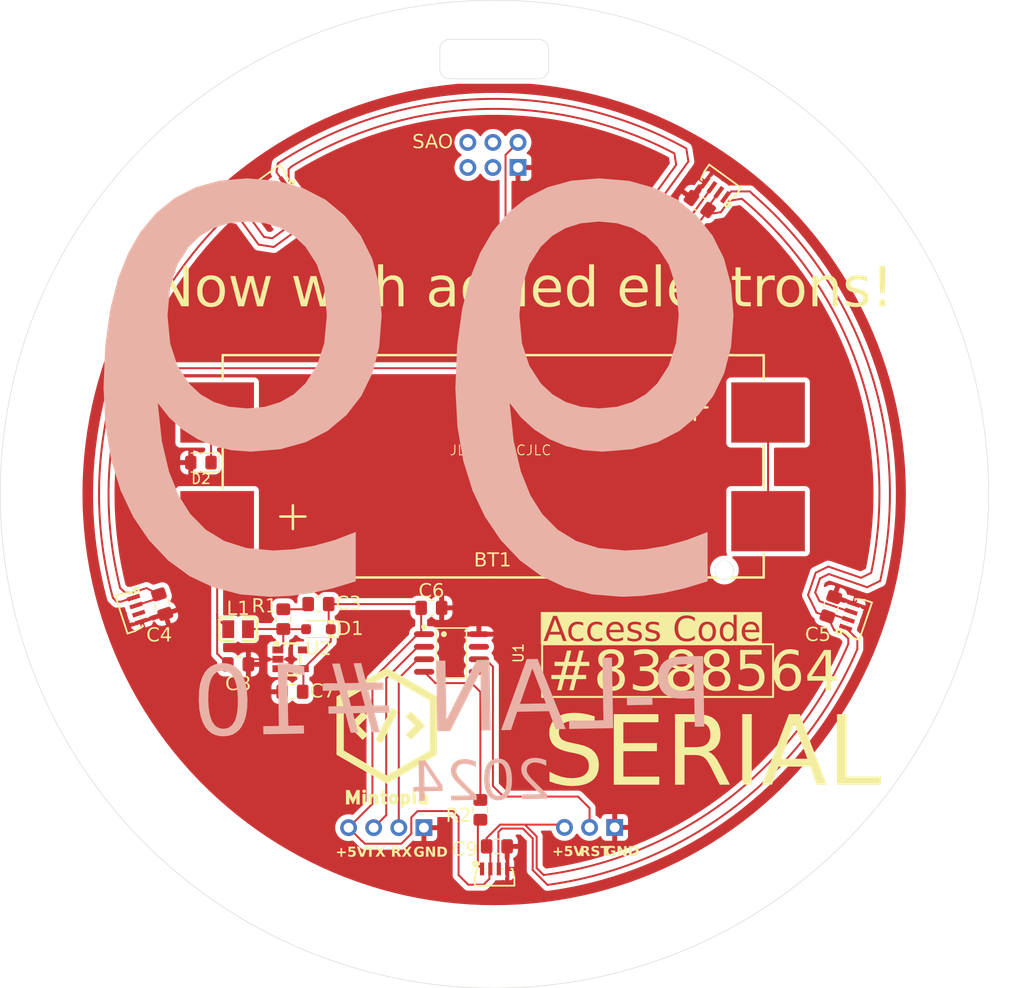
<source format=kicad_pcb>
(kicad_pcb (version 20240108) (generator "pcbnew") (generator_version "8.0")
  (layers (0 "F.Cu" signal) (31 "B.Cu" signal) (34 "B.Paste" user) (35 "F.Paste" user) (36 "B.SilkS" user "B.Silkscreen") (37 "F.SilkS" user "F.Silkscreen") (38 "B.Mask" user) (39 "F.Mask" user) (44 "Edge.Cuts" user))
  (net 0 "")
  (net 1 "GND")
  (net 2 "/+3V")
  (net 3 "/PSU1")
  (net 4 "+5V")
  (net 5 "/RST")
  (net 6 "/TX")
  (net 7 "/RX")
  (net 8 "/PSU2")
  (net 9 "/LD1-2")
  (net 10 "/LEDDATA2")
  (net 11 "/LD2-3")
  (net 12 "/LD3-4")
  (net 13 "/LD4-5")
  (net 14 "LEDDATA")
  (net 15 "/+1.5V")
  (net 25 "Net-(D2-K)")
  (footprint "Diode_SMD:D_SOD-323_HandSoldering" (layer "F.Cu") (at 122.194701 113.6678 180)
    (property "Reference" "D1" (at -3.174988 0.000013 0) (layer "F.SilkS") (effects (font (size 1.4 1.4))))
    (property "Value" "540mV 1A")
    (pad "1" smd roundrect (at -1.25 0 180) (size 1 1) (layers "F.Cu" "F.Paste" "F.Mask") (net 4 "+5V"))
    (pad "2" smd roundrect (at 1.25 0 180) (size 1 1) (layers "F.Cu" "F.Paste" "F.Mask") (net 8 "/PSU2"))
  )
  (footprint "easyeda2kicad:LED-SMD_WS2812B-4020" (layer "F.Cu") (at 103.876557 111.676525 108)
    (property "Reference" "LED3" (hide yes))
    (property "Value" "WS2812B-4020")
    (pad "1" smd rect (at 1.27 0 108) (size 0.42 1.3) (layers "F.Cu" "F.Paste" "F.Mask") (net 13 "/LD4-5"))
    (pad "2" smd rect (at 0.43 0 288) (size 0.42 1.3) (layers "F.Cu" "F.Paste" "F.Mask") (net 4 "+5V"))
    (pad "3" smd rect (at -0.43 0 288) (size 0.42 1.3) (layers "F.Cu" "F.Paste" "F.Mask"))
    (pad "4" smd rect (at -1.27 0 288) (size 0.42 1.3) (layers "F.Cu" "F.Paste" "F.Mask") (net 1 "GND"))
  )
  (footprint "easyeda2kicad:L0806" (layer "F.Cu") (at 114.066706 113.66781)
    (property "Reference" "L1" (at -0.000007 -2.032013 0) (layer "F.SilkS") (effects (font (size 1.4 1.4))))
    (property "Value" "2.2uH")
    (pad "1" smd rect (at -1 0) (size 1.2 1.8) (layers "F.Cu" "F.Paste" "F.Mask") (net 2 "/+3V"))
    (pad "2" smd rect (at 1 0) (size 1.2 1.8) (layers "F.Cu" "F.Paste" "F.Mask") (net 8 "/PSU2"))
  )
  (footprint "Capacitor_SMD:C_0805_2012Metric_Pad1.18x1.45mm_HandSolder" (layer "F.Cu") (at 122.194702 111.127794)
    (property "Reference" "C3" (at 3.048012 -0.000013 0) (layer "F.SilkS") (effects (font (size 1.4 1.4))))
    (property "Value" "120pF")
    (pad "1" smd roundrect (at -1.0375 0) (size 1.175 1.45) (layers "F.Cu" "F.Paste" "F.Mask") (roundrect_rratio 0.212766) (net 3 "/PSU1"))
    (pad "2" smd roundrect (at 1.0375 0) (size 1.175 1.45) (layers "F.Cu" "F.Paste" "F.Mask") (roundrect_rratio 0.212766) (net 4 "+5V"))
  )
  (footprint "LOGO" (layer "F.Cu") (at 129.09428 125.603026)
    (property "Reference" "G***" (hide yes))
    (property "Value" "LOGO" (hide yes))
  )
  (footprint "easyeda2kicad:LED-SMD_WS2812B-4020" (layer "F.Cu") (at 140.016837 137.933955 180)
    (property "Reference" "LED5" (hide yes))
    (property "Value" "WS2812B-4020")
    (pad "1" smd rect (at 1.27 0 180) (size 0.42 1.3) (layers "F.Cu" "F.Paste" "F.Mask") (net 10 "/LEDDATA2"))
    (pad "2" smd rect (at 0.43 0) (size 0.42 1.3) (layers "F.Cu" "F.Paste" "F.Mask") (net 4 "+5V"))
    (pad "3" smd rect (at -0.43 0) (size 0.42 1.3) (layers "F.Cu" "F.Paste" "F.Mask") (net 9 "/LD1-2"))
    (pad "4" smd rect (at -1.27 0) (size 0.42 1.3) (layers "F.Cu" "F.Paste" "F.Mask") (net 1 "GND"))
  )
  (footprint "Diode_SMD:D_0805_2012Metric_Pad1.15x1.40mm_HandSolder" (layer "F.Cu") (at 110.303201 96.7994 180)
    (property "Reference" "D2" (at 0 -1.65 360) (layer "F.SilkS"))
    (property "Value" "D")
    (pad "1" smd roundrect (at -1.024999 0 180) (size 1.15 1.4) (layers "F.Cu" "F.Paste" "F.Mask") (roundrect_rratio 0.217391) (net 25 "Net-(D2-K)"))
    (pad "2" smd roundrect (at 1.024999 0 180) (size 1.15 1.4) (layers "F.Cu" "F.Paste" "F.Mask") (roundrect_rratio 0.217391) (net 1 "GND"))
  )
  (footprint "Capacitor_SMD:C_0805_2012Metric_Pad1.18x1.45mm_HandSolder" (layer "F.Cu") (at 133.624697 111.508804 180)
    (property "Reference" "C6" (at 0 1.651 0) (layer "F.SilkS") (effects (font (size 1.4 1.4))))
    (property "Value" "0.1uF")
    (pad "1" smd roundrect (at -1.0375 0 180) (size 1.175 1.45) (layers "F.Cu" "F.Paste" "F.Mask") (roundrect_rratio 0.212766) (net 1 "GND"))
    (pad "2" smd roundrect (at 1.0375 0 180) (size 1.175 1.45) (layers "F.Cu" "F.Paste" "F.Mask") (roundrect_rratio 0.212766) (net 4 "+5V"))
  )
  (footprint "Capacitor_SMD:C_0805_2012Metric_Pad1.18x1.45mm_HandSolder" (layer "F.Cu") (at 174.033345 111.392001 -109)
    (property "Reference" "C5" (at 3.152454 0.291076 0) (layer "F.SilkS") (effects (font (size 1.4 1.4))))
    (property "Value" "0.1uF")
    (pad "1" smd roundrect (at -1.0375 0 251) (size 1.175 1.45) (layers "F.Cu" "F.Paste" "F.Mask") (roundrect_rratio 0.212766) (net 1 "GND"))
    (pad "2" smd roundrect (at 1.0375 0 251) (size 1.175 1.45) (layers "F.Cu" "F.Paste" "F.Mask") (roundrect_rratio 0.212766) (net 4 "+5V"))
  )
  (footprint "easyeda2kicad:BAT-SMD_BH-AAA-B5AA001" (layer "F.Cu") (at 139.816843 97.233826 180)
    (property "Reference" "BT1" (at -0.000006 -9.500007 0) (layer "F.SilkS") (effects (font (size 1.4 1.4))))
    (property "Value" "BH-AAA-B5AA001")
    (pad "" thru_hole circle (at -23.45 -10.45 180) (size 1.9 1.9) (drill 1.9) (layers "*.Cu" "*.Mask"))
    (pad "1" smd rect (at 27.87 -5.5 180) (size 7.45 6.1) (layers "F.Cu" "F.Paste" "F.Mask") (net 2 "/+3V"))
    (pad "2" smd rect (at -27.87 -5.5 180) (size 7.45 6.1) (layers "F.Cu" "F.Paste" "F.Mask") (net 15 "/+1.5V"))
    (pad "3" smd rect (at -27.87 5.5 180) (size 7.45 6.1) (layers "F.Cu" "F.Paste" "F.Mask") (net 15 "/+1.5V"))
    (pad "4" smd rect (at 27.87 5.5 180) (size 7.45 6.1) (layers "F.Cu" "F.Paste" "F.Mask") (net 25 "Net-(D2-K)"))
  )
  (footprint "Capacitor_SMD:C_0805_2012Metric_Pad1.18x1.45mm_HandSolder" (layer "F.Cu") (at 119.562502 120.000017)
    (property "Reference" "C7" (at 3.069497 0.000003 0) (layer "F.SilkS") (effects (font (size 1.4 1.4))))
    (property "Value" "22uF")
    (pad "1" smd roundrect (at -1.0375 0) (size 1.175 1.45) (layers "F.Cu" "F.Paste" "F.Mask") (roundrect_rratio 0.212766) (net 1 "GND"))
    (pad "2" smd roundrect (at 1.0375 0) (size 1.175 1.45) (layers "F.Cu" "F.Paste" "F.Mask") (roundrect_rratio 0.212766) (net 4 "+5V"))
  )
  (footprint "Capacitor_SMD:C_0805_2012Metric_Pad1.18x1.45mm_HandSolder" (layer "F.Cu") (at 118.968154 71.365155 36)
    (property "Reference" "C1" (at 0.300475 2.362694 0) (layer "F.SilkS") (effects (font (size 1.4 1.4))))
    (property "Value" "0.1uF")
    (pad "1" smd roundrect (at -1.0375 0 36) (size 1.175 1.45) (layers "F.Cu" "F.Paste" "F.Mask") (roundrect_rratio 0.212766) (net 1 "GND"))
    (pad "2" smd roundrect (at 1.0375 0 36) (size 1.175 1.45) (layers "F.Cu" "F.Paste" "F.Mask") (roundrect_rratio 0.212766) (net 4 "+5V"))
  )
  (footprint "Resistor_SMD:R_0805_2012Metric_Pad1.20x1.40mm_HandSolder" (layer "F.Cu") (at 118.638691 112.651814 90)
    (property "Reference" "R1" (at 1.270013 -1.905 0) (layer "F.SilkS") (effects (font (size 1.4 1.4))))
    (property "Value" "5.1Ω")
    (pad "1" smd roundrect (at -1 0 90) (size 1.2 1.4) (layers "F.Cu" "F.Paste" "F.Mask") (roundrect_rratio 0.208333) (net 8 "/PSU2"))
    (pad "2" smd roundrect (at 1 0 90) (size 1.2 1.4) (layers "F.Cu" "F.Paste" "F.Mask") (roundrect_rratio 0.208333) (net 3 "/PSU1"))
  )
  (footprint "easyeda2kicad:SOIC-8_L4.9-W3.9-P1.27-LS6.0-BL" (layer "F.Cu") (at 135.656705 116.080819 -90)
    (property "Reference" "U1" (at -0.000019 -6.769994 90) (layer "F.SilkS"))
    (property "Value" "ATtiny402-SS")
    (pad "1" smd oval (at -1.91 2.77 270) (size 0.59 2.05) (layers "F.Cu" "F.Paste" "F.Mask") (net 4 "+5V"))
    (pad "2" smd oval (at -0.63 2.77 270) (size 0.59 2.05) (layers "F.Cu" "F.Paste" "F.Mask") (net 6 "/TX"))
    (pad "3" smd oval (at 0.63 2.77 270) (size 0.59 2.05) (layers "F.Cu" "F.Paste" "F.Mask") (net 7 "/RX"))
    (pad "4" smd oval (at 1.9 2.77 270) (size 0.59 2.05) (layers "F.Cu" "F.Paste" "F.Mask") (net 14 "LEDDATA"))
    (pad "5" smd oval (at 1.9 -2.77 270) (size 0.59 2.05) (layers "F.Cu" "F.Paste" "F.Mask"))
    (pad "6" smd oval (at 0.63 -2.77 270) (size 0.59 2.05) (layers "F.Cu" "F.Paste" "F.Mask") (net 5 "/RST"))
    (pad "7" smd oval (at -0.63 -2.77 270) (size 0.59 2.05) (layers "F.Cu" "F.Paste" "F.Mask"))
    (pad "8" smd oval (at -1.91 -2.77 270) (size 0.59 2.05) (layers "F.Cu" "F.Paste" "F.Mask") (net 1 "GND"))
  )
  (footprint "easyeda2kicad:LED-SMD_WS2812B-4020" (layer "F.Cu") (at 162.352747 69.191082 -36)
    (property "Reference" "LED2" (hide yes))
    (property "Value" "WS2812B-4020")
    (pad "1" smd rect (at 1.27 0 324) (size 0.42 1.3) (layers "F.Cu" "F.Paste" "F.Mask") (net 11 "/LD2-3"))
    (pad "2" smd rect (at 0.43 0 144) (size 0.42 1.3) (layers "F.Cu" "F.Paste" "F.Mask") (net 4 "+5V"))
    (pad "3" smd rect (at -0.43 0 144) (size 0.42 1.3) (layers "F.Cu" "F.Paste" "F.Mask") (net 12 "/LD3-4"))
    (pad "4" smd rect (at -1.27 0 144) (size 0.42 1.3) (layers "F.Cu" "F.Paste" "F.Mask") (net 1 "GND"))
  )
  (footprint "Capacitor_SMD:C_0805_2012Metric_Pad1.18x1.45mm_HandSolder" (layer "F.Cu") (at 140.249272 135.653352 180)
    (property "Reference" "C9" (at 3.23549 -0.356493 0) (layer "F.SilkS") (effects (font (size 1.4 1.4))))
    (property "Value" "0.1uF")
    (pad "1" smd roundrect (at -1.0375 0 180) (size 1.175 1.45) (layers "F.Cu" "F.Paste" "F.Mask") (roundrect_rratio 0.212766) (net 1 "GND"))
    (pad "2" smd roundrect (at 1.0375 0 180) (size 1.175 1.45) (layers "F.Cu" "F.Paste" "F.Mask") (roundrect_rratio 0.212766) (net 4 "+5V"))
  )
  (footprint "easyeda2kicad:TSOT-23-5_L2.9-W1.6-P0.95-LS2.8-BR" (layer "F.Cu") (at 119.380712 116.715799 180)
    (property "Reference" "U2" (at -2.813984 1.01599 0) (layer "F.SilkS") (effects (font (size 1.4 1.4))))
    (property "Value" "TPS613222ADBVR")
    (pad "1" smd rect (at 1.29 0.95 180) (size 1.1 0.7) (layers "F.Cu" "F.Paste" "F.Mask") (net 8 "/PSU2"))
    (pad "2" smd rect (at 1.29 0 180) (size 1.1 0.7) (layers "F.Cu" "F.Paste" "F.Mask") (net 1 "GND"))
    (pad "3" smd rect (at 1.29 -0.95 180) (size 1.1 0.7) (layers "F.Cu" "F.Paste" "F.Mask"))
    (pad "4" smd rect (at -1.29 -0.95) (size 1.1 0.7) (layers "F.Cu" "F.Paste" "F.Mask") (net 4 "+5V"))
    (pad "5" smd rect (at -1.29 0.95) (size 1.1 0.7) (layers "F.Cu" "F.Paste" "F.Mask"))
  )
  (footprint "Connector_PinHeader_2.54mm:PinHeader_1x04_P2.54mm_Vertical" (layer "F.Cu") (at 132.862695 133.759197 -90)
    (property "Reference" "J2" (hide yes))
    (property "Value" "Serial")
    (pad "1" thru_hole rect (at 0 0 270) (size 1.7 1.7) (drill 1) (layers "*.Cu" "*.Mask") (net 1 "GND"))
    (pad "2" thru_hole oval (at 0 2.54 270) (size 1.7 1.7) (drill 1) (layers "*.Cu" "*.Mask") (net 7 "/RX"))
    (pad "3" thru_hole oval (at 0 5.08 270) (size 1.7 1.7) (drill 1) (layers "*.Cu" "*.Mask") (net 6 "/TX"))
    (pad "4" thru_hole oval (at 0 7.62 270) (size 1.7 1.7) (drill 1) (layers "*.Cu" "*.Mask") (net 4 "+5V"))
  )
  (footprint "easyeda2kicad:LED-SMD_WS2812B-4020" (layer "F.Cu") (at 117.680907 69.191082 36)
    (property "Reference" "LED1" (hide yes))
    (property "Value" "WS2812B-4020")
    (pad "1" smd rect (at 1.27 0 36) (size 0.42 1.3) (layers "F.Cu" "F.Paste" "F.Mask") (net 12 "/LD3-4"))
    (pad "2" smd rect (at 0.43 0 216) (size 0.42 1.3) (layers "F.Cu" "F.Paste" "F.Mask") (net 4 "+5V"))
    (pad "3" smd rect (at -0.43 0 216) (size 0.42 1.3) (layers "F.Cu" "F.Paste" "F.Mask") (net 13 "/LD4-5"))
    (pad "4" smd rect (at -1.27 0 216) (size 0.42 1.3) (layers "F.Cu" "F.Paste" "F.Mask") (net 1 "GND"))
  )
  (footprint "Capacitor_SMD:C_0805_2012Metric_Pad1.18x1.45mm_HandSolder" (layer "F.Cu") (at 114.066703 117.223794)
    (property "Reference" "C8" (at 0.000007 2.032013 0) (layer "F.SilkS") (effects (font (size 1.4 1.4))))
    (property "Value" "4.7uF")
    (pad "1" smd roundrect (at -1.0375 0) (size 1.175 1.45) (layers "F.Cu" "F.Paste" "F.Mask") (roundrect_rratio 0.212766) (net 2 "/+3V"))
    (pad "2" smd roundrect (at 1.0375 0) (size 1.175 1.45) (layers "F.Cu" "F.Paste" "F.Mask") (roundrect_rratio 0.212766) (net 1 "GND"))
  )
  (footprint "easyeda2kicad:LED-SMD_WS2812B-4020" (layer "F.Cu") (at 175.946679 112.305455 -109)
    (property "Reference" "LED4" (hide yes))
    (property "Value" "WS2812B-4020")
    (pad "1" smd rect (at 1.270001 0 251) (size 0.42 1.3) (layers "F.Cu" "F.Paste" "F.Mask") (net 9 "/LD1-2"))
    (pad "2" smd rect (at 0.43 0 71) (size 0.42 1.3) (layers "F.Cu" "F.Paste" "F.Mask") (net 4 "+5V"))
    (pad "3" smd rect (at -0.43 0 71) (size 0.42 1.3) (layers "F.Cu" "F.Paste" "F.Mask") (net 11 "/LD2-3"))
    (pad "4" smd rect (at -1.270001 0 71) (size 0.42 1.3) (layers "F.Cu" "F.Paste" "F.Mask") (net 1 "GND"))
  )
  (footprint "Resistor_SMD:R_0805_2012Metric_Pad1.20x1.40mm_HandSolder" (layer "F.Cu") (at 138.577705 131.955803 -90)
    (property "Reference" "R2" (at 0.635009 2.206335 0) (layer "F.SilkS") (effects (font (size 1.4 1.4))))
    (property "Value" "470Ω")
    (pad "1" smd roundrect (at -1 0 270) (size 1.2 1.4) (layers "F.Cu" "F.Paste" "F.Mask") (roundrect_rratio 0.208333) (net 14 "LEDDATA"))
    (pad "2" smd roundrect (at 1 0 270) (size 1.2 1.4) (layers "F.Cu" "F.Paste" "F.Mask") (roundrect_rratio 0.208333) (net 10 "/LEDDATA2"))
  )
  (footprint "Capacitor_SMD:C_0805_2012Metric_Pad1.18x1.45mm_HandSolder" (layer "F.Cu") (at 106.370752 111.133189 108)
    (property "Reference" "C4" (at -2.946265 -1.259043 0) (layer "F.SilkS") (effects (font (size 1.4 1.4))))
    (property "Value" "0.1uF")
    (pad "1" smd roundrect (at -1.0375 0 108) (size 1.175 1.45) (layers "F.Cu" "F.Paste" "F.Mask") (roundrect_rratio 0.212766) (net 1 "GND"))
    (pad "2" smd roundrect (at 1.0375 0 108) (size 1.175 1.45) (layers "F.Cu" "F.Paste" "F.Mask") (roundrect_rratio 0.212766) (net 4 "+5V"))
  )
  (footprint "Capacitor_SMD:C_0805_2012Metric_Pad1.18x1.45mm_HandSolder" (layer "F.Cu") (at 160.779414 70.624388 -36)
    (property "Reference" "C2" (at 0.824569 2.46094 0) (layer "F.SilkS") (effects (font (size 1.4 1.4))))
    (property "Value" "0.1uF")
    (pad "1" smd roundrect (at -1.0375 0 324) (size 1.175 1.45) (layers "F.Cu" "F.Paste" "F.Mask") (roundrect_rratio 0.212766) (net 1 "GND"))
    (pad "2" smd roundrect (at 1.0375 0 324) (size 1.175 1.45) (layers "F.Cu" "F.Paste" "F.Mask") (roundrect_rratio 0.212766) (net 4 "+5V"))
  )
  (footprint "Connector_PinHeader_2.54mm:PinHeader_1x03_P2.54mm_Vertical" (layer "B.Cu") (at 152.166695 133.733812 90)
    (property "Reference" "J1" (hide yes))
    (property "Value" "Debug")
    (pad "1" thru_hole rect (at 0 0 90) (size 1.7 1.7) (drill 1) (layers "*.Cu" "*.Mask") (net 1 "GND"))
    (pad "2" thru_hole oval (at 0 -2.54 90) (size 1.7 1.7) (drill 1) (layers "*.Cu" "*.Mask") (net 5 "/RST"))
    (pad "3" thru_hole oval (at 0 -5.08 90) (size 1.7 1.7) (drill 1) (layers "*.Cu" "*.Mask") (net 4 "+5V"))
  )
  (footprint "Connector_PinHeader_2.54mm:PinHeader_2x03_P2.54mm_Vertical" (layer "B.Cu") (at 142.387707 66.931817 90)
    (property "Reference" "J3" (hide yes))
    (property "Value" "SAO")
    (pad "1" thru_hole rect (at 0 0 90) (size 1.7 1.7) (drill 1) (layers "*.Cu" "*.Mask") (net 1 "GND"))
    (pad "2" thru_hole oval (at 2.54 0 90) (size 1.7 1.7) (drill 1) (layers "*.Cu" "*.Mask") (net 2 "/+3V"))
    (pad "3" thru_hole oval (at 0 -2.54 90) (size 1.7 1.7) (drill 1) (layers "*.Cu" "*.Mask"))
    (pad "4" thru_hole oval (at 2.54 -2.54 90) (size 1.7 1.7) (drill 1) (layers "*.Cu" "*.Mask"))
    (pad "5" thru_hole oval (at 0 -5.08 90) (size 1.7 1.7) (drill 1) (layers "*.Cu" "*.Mask"))
    (pad "6" thru_hole oval (at 2.54 -5.08 90) (size 1.7 1.7) (drill 1) (layers "*.Cu" "*.Mask"))
  )
  (gr_arc (start 176.720053 115.671221) (mid 164.195117 131.743197) (end 145.374707 139.551821) (stroke (width 0.2)) (layer "F.Cu") (net 9))
  (gr_arc (start 165.032112 70.093006) (mid 176.813764 87.211887) (end 178.124707 107.951823) (stroke (width 0.2)) (layer "F.Cu") (net 4))
  (gr_arc (start 102.130051 109.492467) (mid 102.4683 89.250386) (end 112.9 71.9) (stroke (width 0.2)) (layer "F.Cu") (net 4))
  (gr_arc (start 166.188793 69.685552) (mid 178.019032 87.467656) (end 179.024712 108.801818) (stroke (width 0.2)) (layer "F.Cu") (net 11))
  (gr_arc (start 119.434506 66.855612) (mid 138.636801 61.017546) (end 158.2 65.5) (stroke (width 0.2)) (layer "F.Cu") (net 4))
  (gr_arc (start 101.400001 110.5) (mid 101.577574 88.867744) (end 112.991898 70.491148) (stroke (width 0.2)) (layer "F.Cu") (net 13))
  (gr_arc (start 175.801675 115.163268) (mid 163.500574 130.959775) (end 144.974709 138.551811) (stroke (width 0.2)) (layer "F.Cu") (net 4))
  (gr_arc (start 118.103418 66.505229) (mid 138.542379 60.00956) (end 159.4 65) (stroke (width 0.2)) (layer "F.Cu") (net 12))
  (gr_poly (pts (xy 144.826109 115.191822) (xy 168.194112 115.19183) (xy 168.194111 120.525799) (xy 144.826119 120.52581)) (stroke (width 0.2)) (fill none) (layer "F.SilkS"))
  (gr_rect (start 123.2154 114.2492) (end 123.7234 114.5032) (stroke (width 0.1)) (fill solid) (layer "F.SilkS"))
  (gr_rect (start 123.2154 112.8268) (end 123.7234 113.0808) (stroke (width 0.1)) (fill solid) (layer "F.SilkS"))
  (gr_arc (start 134.474707 54.951808) (mid 134.767598 54.244698) (end 135.474703 53.951808) (stroke (width 0.05)) (layer "Edge.Cuts"))
  (gr_line (start 134.474704 56.951823) (end 134.474707 54.951808) (stroke (width 0.05)) (layer "Edge.Cuts"))
  (gr_arc (start 135.4747 57.951801) (mid 134.767603 57.658915) (end 134.474704 56.951823) (stroke (width 0.05)) (layer "Edge.Cuts"))
  (gr_line (start 145.474699 56.951809) (end 145.474704 54.951821) (stroke (width 0.05)) (layer "Edge.Cuts"))
  (gr_circle (center 140 100) (end 189.999998 99.999994) (stroke (width 0.05)) (fill none) (layer "Edge.Cuts"))
  (gr_line (start 135.474703 53.951808) (end 144.474704 53.95181) (stroke (width 0.05)) (layer "Edge.Cuts"))
  (gr_line (start 135.4747 57.951801) (end 144.474718 57.951813) (stroke (width 0.05)) (layer "Edge.Cuts"))
  (gr_arc (start 144.474704 53.95181) (mid 145.181804 54.244713) (end 145.474704 54.951821) (stroke (width 0.05)) (layer "Edge.Cuts"))
  (gr_arc (start 145.474699 56.951809) (mid 145.181817 57.658916) (end 144.474718 57.951813) (stroke (width 0.05)) (layer "Edge.Cuts"))
  (gr_text "2024" (at 145.75367 131.5 1) (layer "B.SilkS") (effects (font (size 4 4) (thickness 0.1)) (justify left bottom mirror)))
  (gr_text "P-LAN #10" (at 162.218856 124.7 1) (layer "B.SilkS") (effects (font (size 7 7) (thickness 0.1)) (justify left bottom mirror)))
  (gr_text "99" (at 167.7162 116.4082 0) (layer "B.SilkS") (effects (font (size 40 40) (thickness 0.1)) (justify left bottom mirror)))
  (gr_text "GND" (at 151.177401 136.804313 0) (layer "F.SilkS") (effects (font (size 1 1) (thickness 0.25) (bold yes)) (justify left bottom)))
  (gr_text "Access Code" (at 144.942269 115.291182 0) (layer "F.SilkS" knockout) (effects (font (size 2.5 2.5) (thickness 0.1)) (justify left bottom)))
  (gr_text "SERIAL" (at 144.9 130.6 0) (layer "F.SilkS") (effects (font (size 7 7) (thickness 0.1)) (justify left bottom)))
  (gr_text "SAO" (at 133.751705 64.391807 0) (layer "F.SilkS") (effects (font (size 1.4 1.4))))
  (gr_text "TX" (at 126.973098 136.868914 0) (layer "F.SilkS") (effects (font (size 1 1) (thickness 0.25) (bold yes)) (justify left bottom)))
  (gr_text "GND" (at 131.799099 136.868914 0) (layer "F.SilkS") (effects (font (size 1 1) (thickness 0.25) (bold yes)) (justify left bottom)))
  (gr_text "+5V" (at 145.843414 136.804319 0) (layer "F.SilkS") (effects (font (size 1 1) (thickness 0.25) (bold yes)) (justify left bottom)))
  (gr_text "JLCJLCJLCJLC" (at 135.402714 96.141812 0) (layer "F.SilkS") (effects (font (size 1 1) (thickness 0.1)) (justify left bottom)))
  (gr_text "#8388564" (at 145.334092 120.52582 0) (layer "F.SilkS") (effects (font (size 4 4) (thickness 0.1)) (justify left bottom)))
  (gr_text "RST" (at 148.637406 136.804302 0) (layer "F.SilkS") (effects (font (size 1 1) (thickness 0.25) (bold yes)) (justify left bottom)))
  (gr_text "Now with added electrons!" (at 105.430708 81.663808 0) (layer "F.SilkS") (effects (font (size 4 4) (thickness 0.1)) (justify left bottom)))
  (gr_text "+5V" (at 123.925075 136.868898 0) (layer "F.SilkS") (effects (font (size 1 1) (thickness 0.25) (bold yes)) (justify left bottom)))
  (gr_text "RX" (at 129.513105 136.8689 0) (layer "F.SilkS") (effects (font (size 1 1) (thickness 0.25) (bold yes)) (justify left bottom)))
  (segment (start 115.612204 116.715807) (end 115.104203 117.223792) (width 0.2) (layer "F.Cu") (net 1))
  (segment (start 118.090702 116.71579) (end 115.612204 116.715807) (width 0.2) (layer "F.Cu") (net 1))
  (segment (start 141.124692 65.654822) (end 142.387698 64.391808) (width 0.2) (layer "F.Cu") (net 2))
  (segment (start 108.47871 87.251796) (end 105.133121 87.251796) (width 0.2) (layer "F.Cu") (net 2))
  (segment (start 111.946813 102.733821) (end 111.946826 112.143794) (width 0.2) (layer "F.Cu") (net 2))
  (segment (start 111.946831 116.141415) (end 113.029193 117.223796) (width 0.2) (layer "F.Cu") (net 2))
  (segment (start 111.946826 112.143794) (end 111.946831 116.141415) (width 0.2) (layer "F.Cu") (net 2))
  (segment (start 104.571818 87.804253) (end 104.571818 87.8586) (width 0.2) (layer "F.Cu") (net 2))
  (segment (start 139.97471 87.251816) (end 141.124689 86.101817) (width 0.2) (layer "F.Cu") (net 2))
  (segment (start 105.128698 87.247373) (end 104.571818 87.804253) (width 0.2) (layer "F.Cu") (net 2))
  (segment (start 105.133121 87.251796) (end 105.128698 87.247373) (width 0.2) (layer "F.Cu") (net 2))
  (segment (start 111.946826 112.143794) (end 111.946826 112.54792) (width 0.2) (layer "F.Cu") (net 2))
  (segment (start 104.5718 98.7044) (end 104.571818 87.8586) (width 0.2) (layer "F.Cu") (net 2))
  (segment (start 108.596801 102.729398) (end 104.5718 98.7044) (width 0.2) (layer "F.Cu") (net 2))
  (segment (start 111.946826 112.54792) (end 113.066694 113.667799) (width 0.2) (layer "F.Cu") (net 2))
  (segment (start 108.47871 87.251796) (end 139.97471 87.251816) (width 0.2) (layer "F.Cu") (net 2))
  (segment (start 141.124689 86.101817) (end 141.124692 65.654822) (width 0.2) (layer "F.Cu") (net 2))
  (segment (start 118.638696 111.651809) (end 120.6332 111.651814) (width 0.2) (layer "F.Cu") (net 3))
  (segment (start 120.6332 111.651814) (end 121.157183 111.127805) (width 0.2) (layer "F.Cu") (net 3))
  (segment (start 126.614337 135.130819) (end 126.639692 135.13079) (width 0.2) (layer "F.Cu") (net 4))
  (segment (start 130.576704 135.384814) (end 131.592716 134.36881) (width 0.2) (layer "F.Cu") (net 4))
  (segment (start 132.251703 114.170812) (end 127.655702 118.766813) (width 0.2) (layer "F.Cu") (net 4))
  (segment (start 162.700609 69.443819) (end 161.579579 70.986796) (width 0.2) (layer "F.Cu") (net 4))
  (segment (start 120.670707 117.665791) (end 123.444689 114.8918) (width 0.2) (layer "F.Cu") (net 4))
  (segment (start 163.749315 70.297184) (end 164.991944 70.100379) (width 0.2) (layer "F.Cu") (net 4))
  (segment (start 136.374709 132.651796) (end 136.37469 138.551799) (width 0.2) (layer "F.Cu") (net 4))
  (segment (start 172.507939 107.947188) (end 173.779031 107.327245) (width 0.2) (layer "F.Cu") (net 4))
  (segment (start 135.805701 132.082828) (end 136.374709 132.651796) (width 0.2) (layer "F.Cu") (net 4))
  (segment (start 159.133608 72.889631) (end 156.706569 71.126275) (width 0.2) (layer "F.Cu") (net 4))
  (segment (start 161.618771 71.234224) (end 162.094066 71.579537) (width 0.2) (layer "F.Cu") (net 4))
  (segment (start 172.593288 111.993422) (end 171.726587 110.216442) (width 0.2) (layer "F.Cu") (net 4))
  (segment (start 138.892688 139.533833) (end 139.495696 138.930805) (width 0.2) (layer "F.Cu") (net 4))
  (segment (start 162.094066 71.579537) (end 162.911719 71.450039) (width 0.2) (layer "F.Cu") (net 4))
  (segment (start 103.335536 109.980696) (end 102.61828 109.980696) (width 0.2) (layer "F.Cu") (net 4))
  (segment (start 127.655702 131.346207) (end 125.242705 133.759207) (width 0.2) (layer "F.Cu") (net 4))
  (segment (start 173.69556 112.372972) (end 174.378747 113.773696) (width 0.2) (layer "F.Cu") (net 4))
  (segment (start 131.592705 132.717801) (end 132.227697 132.082799) (width 0.2) (layer "F.Cu") (net 4))
  (segment (start 163.743197 70.305582) (end 163.749315 70.297184) (width 0.2) (layer "F.Cu") (net 4))
  (segment (start 158.390393 66.663738) (end 158.213418 65.546312) (width 0.2) (layer "F.Cu") (net 4))
  (segment (start 143.074705 133.451807) (end 146.804705 133.451805) (width 0.2) (layer "F.Cu") (net 4))
  (segment (start 175.262046 114.077842) (end 175.801678 114.61747) (width 0.2) (layer "F.Cu") (net 4))
  (segment (start 139.586835 137.933949) (end 139.586835 136.02843) (width 0.2) (layer "F.Cu") (net 4))
  (segment (start 140.57471 133.451803) (end 143.074705 133.451807) (width 0.2) (layer "F.Cu") (net 4))
  (segment (start 156.274365 69.576203) (end 158.390393 66.663738) (width 0.2) (layer "F.Cu") (net 4))
  (segment (start 156.706569 71.126275) (end 156.495601 70.973) (width 0.2) (layer "F.Cu") (net 4))
  (segment (start 126.639692 135.13079) (end 126.893715 135.384826) (width 0.2) (layer "F.Cu") (net 4))
  (segment (start 116.137086 74.736568) (end 114.197379 72.06683) (width 0.2) (layer "F.Cu") (net 4))
  (segment (start 134.005695 132.082816) (end 135.805701 132.082828) (width 0.2) (layer "F.Cu") (net 4))
  (segment (start 173.69556 112.372972) (end 172.593288 111.993422) (width 0.2) (layer "F.Cu") (net 4))
  (segment (start 139.211764 134.814745) (end 140.57471 133.451803) (width 0.2) (layer "F.Cu") (net 4))
  (segment (start 103.743692 111.267564) (end 105.823178 110.591899) (width 0.2) (layer "F.Cu") (net 4))
  (segment (start 123.444689 114.8918) (end 123.444707 113.667805) (width 0.2) (layer "F.Cu") (net 4))
  (segment (start 132.587199 111.508821) (end 132.587199 113.871308) (width 0.2) (layer "F.Cu") (net 4))
  (segment (start 118.02879 68.938343) (end 119.289265 70.673243) (width 0.2) (layer "F.Cu") (net 4))
  (segment (start 162.911719 71.450039) (end 163.743197 70.305582) (width 0.2) (layer "F.Cu") (net 4))
  (segment (start 116.276749 74.758698) (end 116.137086 74.736568) (width 0.2) (layer "F.Cu") (net 4))
  (segment (start 117.835368 74.862368) (end 117.67355 74.979918) (width 0.2) (layer "F.Cu") (net 4))
  (segment (start 144.274707 134.651818) (end 144.274716 137.851821) (width 0.2) (layer "F.Cu") (net 4))
  (segment (start 171.726587 110.216442) (end 172.507939 107.947188) (width 0.2) (layer "F.Cu") (net 4))
  (segment (start 120.670726 117.665796) (end 120.670725 120.593281) (width 0.2) (layer "F.Cu") (net 4))
  (segment (start 139.495696 138.930805) (end 139.495712 138.305828) (width 0.2) (layer "F.Cu") (net 4))
  (segment (start 126.893715 135.384826) (end 130.576704 135.384814) (width 0.2) (layer "F.Cu") (net 4))
  (segment (start 139.211771 135.653341) (end 139.211764 134.814745) (width 0.2) (layer "F.Cu") (net 4))
  (segment (start 119.176632 68.201961) (end 119.176632 67.113486) (width 0.2) (layer "F.Cu") (net 4))
  (segment (start 143.074705 133.451807) (end 144.274707 134.651818) (width 0.2) (layer "F.Cu") (net 4))
  (segment (start 175.801678 114.61747) (end 175.801675 115.163268) (width 0.2) (layer "F.Cu") (net 4))
  (segment (start 119.807503 70.755328) (end 120.026616 69.371881) (width 0.2) (layer "F.Cu") (net 4))
  (segment (start 131.592716 134.36881) (end 131.592705 132.717801) (width 0.2) (layer "F.Cu") (net 4))
  (segment (start 127.655702 118.766813) (end 127.655702 131.346207) (width 0.2) (layer "F.Cu") (net 4))
  (segment (start 137.356722 139.53383) (end 138.892688 139.533833) (width 0.2) (layer "F.Cu") (net 4))
  (segment (start 176.212254 112.865667) (end 174.38504 112.236523) (width 0.2) (layer "F.Cu") (net 4))
  (segment (start 160.582799 72.660097) (end 159.133608 72.889631) (width 0.2) (layer "F.Cu") (net 4))
  (segment (start 119.807503 70.755328) (end 120.250645 71.36526) (width 0.2) (layer "F.Cu") (net 4))
  (segment (start 102.61828 109.980696) (end 102.130051 109.492467) (width 0.2) (layer "F.Cu") (net 4))
  (segment (start 114.197379 72.06683) (end 112.940258 71.867696) (width 0.2) (layer "F.Cu") (net 4))
  (segment (start 119.176632 67.113486) (end 119.434506 66.855612) (width 0.2) (layer "F.Cu") (net 4))
  (segment (start 104.794447 109.506673) (end 103.335536 109.980696) (width 0.2) (layer "F.Cu") (net 4))
  (segment (start 120.250645 71.36526) (end 119.938797 73.334128) (width 0.2) (layer "F.Cu") (net 4))
  (segment (start 161.618771 71.234224) (end 160.582799 72.660097) (width 0.2) (layer "F.Cu") (net 4))
  (segment (start 123.232216 113.455316) (end 123.232209 111.127802) (width 0.2) (layer "F.Cu") (net 4))
  (segment (start 120.026616 69.371881) (end 119.176632 68.201961) (width 0.2) (layer "F.Cu") (net 4))
  (segment (start 106.050135 110.146483) (end 104.794447 109.506673) (width 0.2) (layer "F.Cu") (net 4))
  (segment (start 174.378747 113.773696) (end 175.262046 114.077842) (width 0.2) (layer "F.Cu") (net 4))
  (segment (start 177.088355 108.466733) (end 178.105204 107.970774) (width 0.2) (layer "F.Cu") (net 4))
  (segment (start 132.227697 132.082799) (end 134.005695 132.082816) (width 0.2) (layer "F.Cu") (net 4))
  (segment (start 136.37469 138.551799) (end 137.356722 139.53383) (width 0.2) (layer "F.Cu") (net 4))
  (segment (start 125.242705 133.759207) (end 126.614337 135.130819) (width 0.2) (layer "F.Cu") (net 4))
  (segment (start 144.274716 137.851821) (end 144.974695 138.551806) (width 0.2) (layer "F.Cu") (net 4))
  (segment (start 156.495601 70.973) (end 156.274365 69.576203) (width 0.2) (layer "F.Cu") (net 4))
  (segment (start 123.232209 111.127802) (end 132.206199 111.127808) (width 0.2) (layer "F.Cu") (net 4))
  (segment (start 173.779031 107.327245) (end 177.088355 108.466733) (width 0.2) (layer "F.Cu") (net 4))
  (segment (start 132.587199 113.871308) (end 132.886703 114.170812) (width 0.2) (layer "F.Cu") (net 4))
  (segment (start 119.938797 73.334128) (end 117.835368 74.862368) (width 0.2) (layer "F.Cu") (net 4))
  (segment (start 117.67355 74.979918) (end 116.276749 74.758698) (width 0.2) (layer "F.Cu") (net 4))
  (segment (start 140.917358 130.61246) (end 139.847702 129.542814) (width 0.2) (layer "F.Cu") (net 5))
  (segment (start 149.626715 133.75921) (end 149.626722 131.784909) (width 0.2) (layer "F.Cu") (net 5))
  (segment (start 139.847694 117.456799) (end 139.101723 116.710828) (width 0.2) (layer "F.Cu") (net 5))
  (segment (start 149.626722 131.784909) (end 148.454292 130.61246) (width 0.2) (layer "F.Cu") (net 5))
  (segment (start 148.454292 130.61246) (end 140.917358 130.61246) (width 0.2) (layer "F.Cu") (net 5))
  (segment (start 139.847702 129.542814) (end 139.847694 117.456799) (width 0.2) (layer "F.Cu") (net 5))
  (segment (start 129.052698 118.649809) (end 129.052698 132.489214) (width 0.2) (layer "F.Cu") (net 6))
  (segment (start 132.251697 115.45081) (end 129.052698 118.649809) (width 0.2) (layer "F.Cu") (net 6))
  (segment (start 129.052698 132.489214) (end 127.782712 133.759195) (width 0.2) (layer "F.Cu") (net 6))
  (segment (start 132.251714 116.710817) (end 130.322693 118.639838) (width 0.2) (layer "F.Cu") (net 7))
  (segment (start 130.322693 118.639838) (end 130.322693 133.759183) (width 0.2) (layer "F.Cu") (net 7))
  (segment (start 118.638699 113.651805) (end 115.082721 113.651819) (width 0.2) (layer "F.Cu") (net 8))
  (segment (start 118.638699 113.651805) (end 118.638692 115.217798) (width 0.2) (layer "F.Cu") (net 8))
  (segment (start 118.638692 115.217798) (end 118.090705 115.765795) (width 0.2) (layer "F.Cu") (net 8))
  (segment (start 120.944709 113.667793) (end 118.654707 113.667806) (width 0.2) (layer "F.Cu") (net 8))
  (segment (start 142.874716 133.851792) (end 143.8747 134.851793) (width 0.2) (layer "F.Cu") (net 9))
  (segment (start 143.8747 138.017504) (end 143.874693 138.05182) (width 0.2) (layer "F.Cu") (net 9))
  (segment (start 140.657547 133.934654) (end 140.740388 133.851803) (width 0.2) (layer "F.Cu") (net 9))
  (segment (start 140.399269 137.886402) (end 140.399273 134.19293) (width 0.2) (layer "F.Cu") (net 9))
  (segment (start 140.399273 134.19293) (end 140.657547 133.934654) (width 0.2) (layer "F.Cu") (net 9))
  (segment (start 143.8747 134.851793) (end 143.874699 137.651809) (width 0.2) (layer "F.Cu") (net 9))
  (segment (start 176.720051 114.693107) (end 176.720053 115.671221) (width 0.2) (layer "F.Cu") (net 9))
  (segment (start 143.874699 137.651809) (end 143.8747 138.017504) (width 0.2) (layer "F.Cu") (net 9))
  (segment (start 175.533217 113.506277) (end 176.720051 114.693107) (width 0.2) (layer "F.Cu") (net 9))
  (segment (start 140.740388 133.851803) (end 142.874716 133.851792) (width 0.2) (layer "F.Cu") (net 9))
  (segment (start 143.874693 138.05182) (end 145.374708 139.551818) (width 0.2) (layer "F.Cu") (net 9))
  (segment (start 138.746818 137.933967) (end 138.324274 137.511423) (width 0.2) (layer "F.Cu") (net 10))
  (segment (start 138.324274 137.511423) (end 138.324274 133.209234) (width 0.2) (layer "F.Cu") (net 10))
  (segment (start 172.456673 109.939021) (end 172.945036 108.520735) (width 0.2) (layer "F.Cu") (net 11))
  (segment (start 163.380222 69.937561) (end 163.965959 69.351821) (width 0.2) (layer "F.Cu") (net 11))
  (segment (start 172.897151 110.842131) (end 172.456673 109.939021) (width 0.2) (layer "F.Cu") (net 11))
  (segment (start 163.965959 69.351821) (end 165.855057 69.351821) (width 0.2) (layer "F.Cu") (net 11))
  (segment (start 165.855057 69.351821) (end 166.188793 69.685552) (width 0.2) (layer "F.Cu") (net 11))
  (segment (start 173.834786 108.086772) (end 175.15851 108.542584) (width 0.2) (layer "F.Cu") (net 11))
  (segment (start 177.838528 109.35961) (end 178.982494 108.801649) (width 0.2) (layer "F.Cu") (net 11))
  (segment (start 175.15851 108.542584) (end 176.10403 108.868137) (width 0.2) (layer "F.Cu") (net 11))
  (segment (start 176.10403 108.868137) (end 177.711425 109.42162) (width 0.2) (layer "F.Cu") (net 11))
  (segment (start 176.036804 111.923204) (end 172.897151 110.842131) (width 0.2) (layer "F.Cu") (net 11))
  (segment (start 172.945036 108.520735) (end 173.834786 108.086772) (width 0.2) (layer "F.Cu") (net 11))
  (segment (start 177.711425 109.42162) (end 177.838528 109.35961) (width 0.2) (layer "F.Cu") (net 11))
  (segment (start 117.94449 67.393168) (end 118.081969 66.525142) (width 0.2) (layer "F.Cu") (net 12))
  (segment (start 157.419479 70.65539) (end 157.208543 70.502132) (width 0.2) (layer "F.Cu") (net 12))
  (segment (start 159.199332 71.94853) (end 157.419479 70.65539) (width 0.2) (layer "F.Cu") (net 12))
  (segment (start 118.708373 68.444568) (end 117.94449 67.393168) (width 0.2) (layer "F.Cu") (net 12))
  (segment (start 157.097922 69.803734) (end 159.625389 66.324939) (width 0.2) (layer "F.Cu") (net 12))
  (segment (start 159.897724 71.837928) (end 159.199332 71.94853) (width 0.2) (layer "F.Cu") (net 12))
  (segment (start 160.192177 71.433323) (end 160.191622 71.433414) (width 0.2) (layer "F.Cu") (net 12))
  (segment (start 162.004873 68.938334) (end 160.192177 71.433323) (width 0.2) (layer "F.Cu") (net 12))
  (segment (start 159.625389 66.324939) (end 159.426277 65.067829) (width 0.2) (layer "F.Cu") (net 12))
  (segment (start 157.208543 70.502132) (end 157.097922 69.803734) (width 0.2) (layer "F.Cu") (net 12))
  (segment (start 160.191622 71.433414) (end 159.897724 71.837928) (width 0.2) (layer "F.Cu") (net 12))
  (segment (start 101.400001 110.5) (end 101.780995 110.880994) (width 0.2) (layer "F.Cu") (net 13))
  (segment (start 119.119371 72.940633) (end 117.607841 74.038826) (width 0.2) (layer "F.Cu") (net 13))
  (segment (start 101.780995 110.880994) (end 102.215087 110.880994) (width 0.2) (layer "F.Cu") (net 13))
  (segment (start 117.393797 69.453436) (end 119.263995 72.027538) (width 0.2) (layer "F.Cu") (net 13))
  (segment (start 114.278927 70.647894) (end 114.122181 70.491148) (width 0.2) (layer "F.Cu") (net 13))
  (segment (start 119.263995 72.027538) (end 119.119371 72.940633) (width 0.2) (layer "F.Cu") (net 13))
  (segment (start 116.688853 73.964864) (end 114.278927 70.647894) (width 0.2) (layer "F.Cu") (net 13))
  (segment (start 117.607841 74.038826) (end 117.526926 74.0976) (width 0.2) (layer "F.Cu") (net 13))
  (segment (start 117.526926 74.0976) (end 116.688853 73.964864) (width 0.2) (layer "F.Cu") (net 13))
  (segment (start 114.122181 70.491148) (end 112.991898 70.491148) (width 0.2) (layer "F.Cu") (net 13))
  (segment (start 103.484104 110.468673) (end 102.215087 110.880994) (width 0.2) (layer "F.Cu") (net 13))
  (segment (start 134.034693 119.128809) (end 137.688696 119.128811) (width 0.2) (layer "F.Cu") (net 14))
  (segment (start 137.688696 119.128811) (end 138.577697 120.01779) (width 0.2) (layer "F.Cu") (net 14))
  (segment (start 138.577716 130.955807) (end 138.577697 120.01779) (width 0.2) (layer "F.Cu") (net 14))
  (segment (start 134.034693 119.128809) (end 132.886705 117.980821) (width 0.2) (layer "F.Cu") (net 14))
  (segment (start 167.686819 102.733804) (end 167.686814 91.733823) (width 0.2) (layer "F.Cu") (net 15))
  (segment (start 111.3282 92.352469) (end 111.946843 91.733826) (width 0.2) (layer "F.Cu") (net 25))
  (segment (start 111.3282 96.7994) (end 111.3282 92.352469) (width 0.2) (layer "F.Cu") (net 25))
  (zone (net 1) (net_name "GND") (layer "F.Cu") (connect_pads (clearance 0.5)) (min_thickness 0.25) (fill yes (thermal_gap 0.5) (thermal_bridge_width 0.5))
    (polygon (pts (xy 181.630908 99.951797) (xy 181.611147 98.668995) (xy 181.551905 97.387407) (xy 181.453187 96.10825) (xy 181.31516 94.832739) (xy 181.137916 93.562082) (xy 180.921609 92.297516) (xy 180.666504 91.040164) (xy 180.37275 89.791316) (xy 180.0407 88.552046) (xy 179.67064 87.323624) (xy 179.262928 86.107182) (xy 178.81796 84.903877) (xy 178.336119 83.714809) (xy 177.817892 82.541177) (xy 177.2638 81.384062) (xy 176.674306 80.244524) (xy 176.050037 79.123708) (xy 175.391508 78.02266) (xy 174.699402 76.942385) (xy 173.974358 75.883937) (xy 173.21707 74.848327) (xy 172.428243 73.836559) (xy 171.608634 72.849535) (xy 170.759011 71.888183) (xy 169.880172 70.953508) (xy 168.972989 70.04633) (xy 168.03831 69.167519) (xy 167.076984 68.317888) (xy 166.08997 67.498278) (xy 165.078171 66.709445) (xy 164.04256 65.952171) (xy 162.984129 65.227105) (xy 161.903879 64.534989) (xy 160.80279 63.876477) (xy 159.681985 63.252189) (xy 158.542475 62.66271) (xy 157.385352 62.108596) (xy 156.211707 61.590394) (xy 155.022665 61.108566) (xy 153.819332 60.66357) (xy 152.602891 60.255885) (xy 151.374456 59.885823) (xy 150.135234 59.55377) (xy 148.886355 59.260026) (xy 147.629013 59.004888) (xy 146.364413 58.788601) (xy 145.093752 58.611363) (xy 143.818264 58.473307) (xy 142.539109 58.374618) (xy 141.257498 58.315376) (xy 139.974699 58.295631) (xy 138.691895 58.315374) (xy 137.410299 58.37463) (xy 136.131172 58.473313) (xy 134.855641 58.61134) (xy 133.584997 58.788605) (xy 132.320396 59.004881) (xy 131.063076 59.260024) (xy 129.814189 59.553771) (xy 128.574951 59.885805) (xy 127.346521 60.255859) (xy 126.130066 60.6636) (xy 124.926763 61.108567) (xy 123.737712 61.59039) (xy 122.564071 62.10861) (xy 121.406939 62.662718) (xy 120.267426 63.252195) (xy 119.146598 63.876493) (xy 118.045541 64.534999) (xy 116.965281 65.227104) (xy 115.906851 65.952142) (xy 114.871244 66.709445) (xy 113.85943 67.498281) (xy 112.872407 68.317891) (xy 111.911113 69.1675) (xy 110.97642 70.046336) (xy 110.069215 70.953516) (xy 109.190408 71.888216) (xy 108.340801 72.849535) (xy 107.521181 73.836533) (xy 106.732367 74.848356) (xy 105.97505 75.883957) (xy 105.25 76.942382) (xy 104.557899 78.022645) (xy 103.899382 79.123719) (xy 103.275094 80.244536) (xy 102.685604 81.384052) (xy 102.131507 82.541165) (xy 101.613296 83.714819) (xy 101.131456 84.903864) (xy 100.686495 86.107183) (xy 100.278776 87.32361) (xy 99.908703 88.552043) (xy 99.576661 89.791308) (xy 99.282913 91.040177) (xy 99.027792 92.297503) (xy 98.81148 93.562092) (xy 98.634244 94.832734) (xy 98.496206 96.108274) (xy 98.397512 97.387437) (xy 98.338274 98.669005) (xy 98.318517 99.951795) (xy 98.338269 101.234616) (xy 98.397511 102.516203) (xy 98.496205 103.795362) (xy 98.634248 105.070867) (xy 98.811478 106.341498) (xy 99.027773 107.606101) (xy 99.282917 108.863459) (xy 99.576648 110.112338) (xy 99.90873 111.351566) (xy 100.278772 112.579989) (xy 100.68648 113.796429) (xy 101.131442 114.999764) (xy 101.613303 116.188803) (xy 102.131495 117.362435) (xy 102.685606 118.519569) (xy 103.275084 119.659094) (xy 103.899388 120.779908) (xy 104.557896 121.880971) (xy 105.249995 122.961233) (xy 105.975053 124.019655) (xy 106.732355 125.055278) (xy 107.521171 126.067063) (xy 108.340773 127.054095) (xy 109.190408 128.015425) (xy 110.069224 128.950102) (xy 110.976401 129.857275) (xy 111.911116 130.736117) (xy 112.87242 131.58572) (xy 113.859443 132.405323) (xy 114.871234 133.194172) (xy 115.906841 133.951475) (xy 116.965277 134.676514) (xy 118.04556 135.368611) (xy 119.146611 136.027117) (xy 120.267437 136.651428) (xy 121.406936 137.240917) (xy 122.564087 137.795018) (xy 123.737705 138.313229) (xy 124.926758 138.795063) (xy 126.130076 139.240035) (xy 127.346525 139.64774) (xy 128.57494 140.017799) (xy 129.814185 140.349856) (xy 131.063051 140.64359) (xy 132.32042 140.898723) (xy 133.584981 141.115022) (xy 134.855635 141.292268) (xy 136.131153 141.430311) (xy 137.410307 141.529004) (xy 138.6919 141.588254) (xy 139.974709 141.60799) (xy 141.257499 141.58827) (xy 142.539112 141.529) (xy 143.818253 141.430297) (xy 145.093747 141.292274) (xy 146.364411 141.115017) (xy 147.629 140.898731) (xy 148.886343 140.643582) (xy 150.135225 140.349864) (xy 151.374459 140.017812) (xy 152.6029 139.647745) (xy 153.819341 139.240017) (xy 155.022653 138.795056) (xy 156.211712 138.313226) (xy 157.385338 137.795004) (xy 158.542467 137.240904) (xy 159.681975 136.651437) (xy 160.802789 136.027117) (xy 161.903869 135.368627) (xy 162.984121 134.676522) (xy 164.042565 133.951462) (xy 165.07816 133.194167) (xy 166.089962 132.405342) (xy 167.076991 131.585739) (xy 168.038296 130.736111) (xy 168.973 129.857285) (xy 169.880178 128.950101) (xy 170.759004 128.015417) (xy 171.608622 127.054065) (xy 172.428243 126.067072) (xy 173.217075 125.055286) (xy 173.974372 124.01967) (xy 174.699401 122.961233) (xy 175.391527 121.88096) (xy 176.050021 120.779904) (xy 176.674318 119.659073) (xy 177.263796 118.519555) (xy 177.817905 117.362462) (xy 178.336131 116.188807) (xy 178.817939 114.999763) (xy 179.262935 113.796447) (xy 179.670651 112.579999) (xy 180.040715 111.35157) (xy 180.372752 110.112333) (xy 180.666489 108.863444) (xy 180.921624 107.606119) (xy 181.137925 106.341541) (xy 181.315143 105.070868) (xy 181.453198 103.795364) (xy 181.551893 102.516203) (xy 181.611149 101.234625)))
  )
)
</source>
